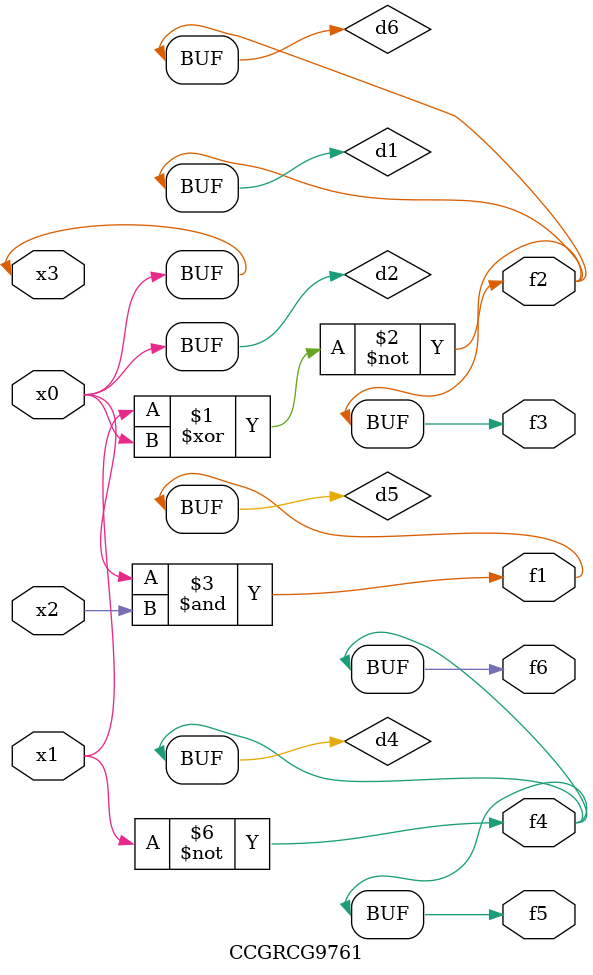
<source format=v>
module CCGRCG9761(
	input x0, x1, x2, x3,
	output f1, f2, f3, f4, f5, f6
);

	wire d1, d2, d3, d4, d5, d6;

	xnor (d1, x1, x3);
	buf (d2, x0, x3);
	nand (d3, x0, x2);
	not (d4, x1);
	nand (d5, d3);
	or (d6, d1);
	assign f1 = d5;
	assign f2 = d6;
	assign f3 = d6;
	assign f4 = d4;
	assign f5 = d4;
	assign f6 = d4;
endmodule

</source>
